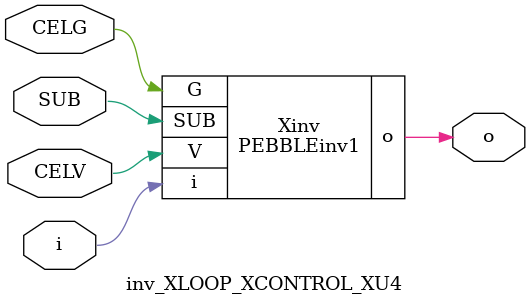
<source format=v>



module PEBBLEinv1 ( o, G, SUB, V, i );

  input V;
  input i;
  input G;
  output o;
  input SUB;
endmodule

//Celera Confidential Do Not Copy inv_XLOOP_XCONTROL_XU4
//Celera Confidential Symbol Generator
//5V Inverter
module inv_XLOOP_XCONTROL_XU4 (CELV,CELG,i,o,SUB);
input CELV;
input CELG;
input i;
input SUB;
output o;

//Celera Confidential Do Not Copy inv
PEBBLEinv1 Xinv(
.V (CELV),
.i (i),
.o (o),
.SUB (SUB),
.G (CELG)
);
//,diesize,PEBBLEinv1

//Celera Confidential Do Not Copy Module End
//Celera Schematic Generator
endmodule

</source>
